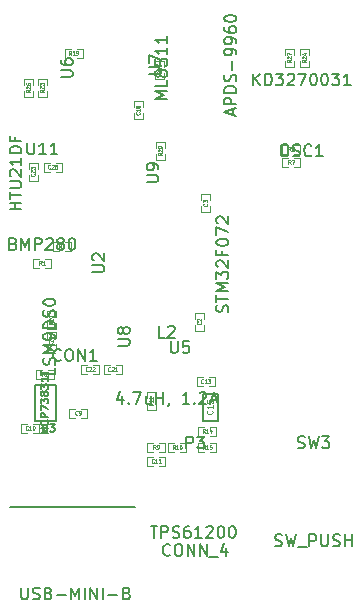
<source format=gto>
G04 (created by PCBNEW (22-Jun-2014 BZR 4027)-stable) date Tue 07 Jul 2015 09:18:42 PM CDT*
%MOIN*%
G04 Gerber Fmt 3.4, Leading zero omitted, Abs format*
%FSLAX34Y34*%
G01*
G70*
G90*
G04 APERTURE LIST*
%ADD10C,0.00590551*%
%ADD11C,0.0028*%
%ADD12C,0.005*%
%ADD13C,0.0045*%
G04 APERTURE END LIST*
G54D10*
G54D11*
X10450Y-19300D02*
X10650Y-19300D01*
X10650Y-19300D02*
X10650Y-19000D01*
X10650Y-19000D02*
X10450Y-19000D01*
X10250Y-19300D02*
X10050Y-19300D01*
X10050Y-19300D02*
X10050Y-19000D01*
X10050Y-19000D02*
X10250Y-19000D01*
X10450Y-19750D02*
X10650Y-19750D01*
X10650Y-19750D02*
X10650Y-19450D01*
X10650Y-19450D02*
X10450Y-19450D01*
X10250Y-19750D02*
X10050Y-19750D01*
X10050Y-19750D02*
X10050Y-19450D01*
X10050Y-19450D02*
X10250Y-19450D01*
X10350Y-17500D02*
X10350Y-17300D01*
X10350Y-17300D02*
X10050Y-17300D01*
X10050Y-17300D02*
X10050Y-17500D01*
X10350Y-17700D02*
X10350Y-17900D01*
X10350Y-17900D02*
X10050Y-17900D01*
X10050Y-17900D02*
X10050Y-17700D01*
X10950Y-19000D02*
X10750Y-19000D01*
X10750Y-19000D02*
X10750Y-19300D01*
X10750Y-19300D02*
X10950Y-19300D01*
X11150Y-19000D02*
X11350Y-19000D01*
X11350Y-19000D02*
X11350Y-19300D01*
X11350Y-19300D02*
X11150Y-19300D01*
X6750Y-16850D02*
X6950Y-16850D01*
X6950Y-16850D02*
X6950Y-16550D01*
X6950Y-16550D02*
X6750Y-16550D01*
X6550Y-16850D02*
X6350Y-16850D01*
X6350Y-16850D02*
X6350Y-16550D01*
X6350Y-16550D02*
X6550Y-16550D01*
X7650Y-17850D02*
X7450Y-17850D01*
X7450Y-17850D02*
X7450Y-18150D01*
X7450Y-18150D02*
X7650Y-18150D01*
X7850Y-17850D02*
X8050Y-17850D01*
X8050Y-17850D02*
X8050Y-18150D01*
X8050Y-18150D02*
X7850Y-18150D01*
X6250Y-18650D02*
X6450Y-18650D01*
X6450Y-18650D02*
X6450Y-18350D01*
X6450Y-18350D02*
X6250Y-18350D01*
X6050Y-18650D02*
X5850Y-18650D01*
X5850Y-18650D02*
X5850Y-18350D01*
X5850Y-18350D02*
X6050Y-18350D01*
X14950Y-9350D02*
X15150Y-9350D01*
X15150Y-9350D02*
X15150Y-9050D01*
X15150Y-9050D02*
X14950Y-9050D01*
X14750Y-9350D02*
X14550Y-9350D01*
X14550Y-9350D02*
X14550Y-9050D01*
X14550Y-9050D02*
X14750Y-9050D01*
X14950Y-9800D02*
X15150Y-9800D01*
X15150Y-9800D02*
X15150Y-9500D01*
X15150Y-9500D02*
X14950Y-9500D01*
X14750Y-9800D02*
X14550Y-9800D01*
X14550Y-9800D02*
X14550Y-9500D01*
X14550Y-9500D02*
X14750Y-9500D01*
X11900Y-16800D02*
X11700Y-16800D01*
X11700Y-16800D02*
X11700Y-17100D01*
X11700Y-17100D02*
X11900Y-17100D01*
X12100Y-16800D02*
X12300Y-16800D01*
X12300Y-16800D02*
X12300Y-17100D01*
X12300Y-17100D02*
X12100Y-17100D01*
X7000Y-15500D02*
X7000Y-15300D01*
X7000Y-15300D02*
X6700Y-15300D01*
X6700Y-15300D02*
X6700Y-15500D01*
X7000Y-15700D02*
X7000Y-15900D01*
X7000Y-15900D02*
X6700Y-15900D01*
X6700Y-15900D02*
X6700Y-15700D01*
X10300Y-6650D02*
X10300Y-6850D01*
X10300Y-6850D02*
X10600Y-6850D01*
X10600Y-6850D02*
X10600Y-6650D01*
X10300Y-6450D02*
X10300Y-6250D01*
X10300Y-6250D02*
X10600Y-6250D01*
X10600Y-6250D02*
X10600Y-6450D01*
X8800Y-16400D02*
X8600Y-16400D01*
X8600Y-16400D02*
X8600Y-16700D01*
X8600Y-16700D02*
X8800Y-16700D01*
X9000Y-16400D02*
X9200Y-16400D01*
X9200Y-16400D02*
X9200Y-16700D01*
X9200Y-16700D02*
X9000Y-16700D01*
X8250Y-16700D02*
X8450Y-16700D01*
X8450Y-16700D02*
X8450Y-16400D01*
X8450Y-16400D02*
X8250Y-16400D01*
X8050Y-16700D02*
X7850Y-16700D01*
X7850Y-16700D02*
X7850Y-16400D01*
X7850Y-16400D02*
X8050Y-16400D01*
X9900Y-7800D02*
X9900Y-7600D01*
X9900Y-7600D02*
X9600Y-7600D01*
X9600Y-7600D02*
X9600Y-7800D01*
X9900Y-8000D02*
X9900Y-8200D01*
X9900Y-8200D02*
X9600Y-8200D01*
X9600Y-8200D02*
X9600Y-8000D01*
X11950Y-19000D02*
X11750Y-19000D01*
X11750Y-19000D02*
X11750Y-19300D01*
X11750Y-19300D02*
X11950Y-19300D01*
X12150Y-19000D02*
X12350Y-19000D01*
X12350Y-19000D02*
X12350Y-19300D01*
X12350Y-19300D02*
X12150Y-19300D01*
X11850Y-11100D02*
X11850Y-11300D01*
X11850Y-11300D02*
X12150Y-11300D01*
X12150Y-11300D02*
X12150Y-11100D01*
X11850Y-10900D02*
X11850Y-10700D01*
X11850Y-10700D02*
X12150Y-10700D01*
X12150Y-10700D02*
X12150Y-10900D01*
X6100Y-10050D02*
X6100Y-10250D01*
X6100Y-10250D02*
X6400Y-10250D01*
X6400Y-10250D02*
X6400Y-10050D01*
X6100Y-9850D02*
X6100Y-9650D01*
X6100Y-9650D02*
X6400Y-9650D01*
X6400Y-9650D02*
X6400Y-9850D01*
X12150Y-18750D02*
X12350Y-18750D01*
X12350Y-18750D02*
X12350Y-18450D01*
X12350Y-18450D02*
X12150Y-18450D01*
X11950Y-18750D02*
X11750Y-18750D01*
X11750Y-18750D02*
X11750Y-18450D01*
X11750Y-18450D02*
X11950Y-18450D01*
X11950Y-14850D02*
X11950Y-14650D01*
X11950Y-14650D02*
X11650Y-14650D01*
X11650Y-14650D02*
X11650Y-14850D01*
X11950Y-15050D02*
X11950Y-15250D01*
X11950Y-15250D02*
X11650Y-15250D01*
X11650Y-15250D02*
X11650Y-15050D01*
G54D12*
X7000Y-18250D02*
X6300Y-18250D01*
X6300Y-18250D02*
X6300Y-17050D01*
X6300Y-17050D02*
X7000Y-17050D01*
X7000Y-17050D02*
X7000Y-18250D01*
G54D11*
X6450Y-12850D02*
X6250Y-12850D01*
X6250Y-12850D02*
X6250Y-13150D01*
X6250Y-13150D02*
X6450Y-13150D01*
X6650Y-12850D02*
X6850Y-12850D01*
X6850Y-12850D02*
X6850Y-13150D01*
X6850Y-13150D02*
X6650Y-13150D01*
X7100Y-12300D02*
X6900Y-12300D01*
X6900Y-12300D02*
X6900Y-12600D01*
X6900Y-12600D02*
X7100Y-12600D01*
X7300Y-12300D02*
X7500Y-12300D01*
X7500Y-12300D02*
X7500Y-12600D01*
X7500Y-12600D02*
X7300Y-12600D01*
X7500Y-5850D02*
X7300Y-5850D01*
X7300Y-5850D02*
X7300Y-6150D01*
X7300Y-6150D02*
X7500Y-6150D01*
X7700Y-5850D02*
X7900Y-5850D01*
X7900Y-5850D02*
X7900Y-6150D01*
X7900Y-6150D02*
X7700Y-6150D01*
X6250Y-7050D02*
X6250Y-6850D01*
X6250Y-6850D02*
X5950Y-6850D01*
X5950Y-6850D02*
X5950Y-7050D01*
X6250Y-7250D02*
X6250Y-7450D01*
X6250Y-7450D02*
X5950Y-7450D01*
X5950Y-7450D02*
X5950Y-7250D01*
X6400Y-7250D02*
X6400Y-7450D01*
X6400Y-7450D02*
X6700Y-7450D01*
X6700Y-7450D02*
X6700Y-7250D01*
X6400Y-7050D02*
X6400Y-6850D01*
X6400Y-6850D02*
X6700Y-6850D01*
X6700Y-6850D02*
X6700Y-7050D01*
X7000Y-14800D02*
X7000Y-14600D01*
X7000Y-14600D02*
X6700Y-14600D01*
X6700Y-14600D02*
X6700Y-14800D01*
X7000Y-15000D02*
X7000Y-15200D01*
X7000Y-15200D02*
X6700Y-15200D01*
X6700Y-15200D02*
X6700Y-15000D01*
X7000Y-9950D02*
X7200Y-9950D01*
X7200Y-9950D02*
X7200Y-9650D01*
X7200Y-9650D02*
X7000Y-9650D01*
X6800Y-9950D02*
X6600Y-9950D01*
X6600Y-9950D02*
X6600Y-9650D01*
X6600Y-9650D02*
X6800Y-9650D01*
X15450Y-6050D02*
X15450Y-5850D01*
X15450Y-5850D02*
X15150Y-5850D01*
X15150Y-5850D02*
X15150Y-6050D01*
X15450Y-6250D02*
X15450Y-6450D01*
X15450Y-6450D02*
X15150Y-6450D01*
X15150Y-6450D02*
X15150Y-6250D01*
X14950Y-6050D02*
X14950Y-5850D01*
X14950Y-5850D02*
X14650Y-5850D01*
X14650Y-5850D02*
X14650Y-6050D01*
X14950Y-6250D02*
X14950Y-6450D01*
X14950Y-6450D02*
X14650Y-6450D01*
X14650Y-6450D02*
X14650Y-6250D01*
G54D10*
X5484Y-21120D02*
X9657Y-21120D01*
G54D12*
X11900Y-18250D02*
X11900Y-17350D01*
X11900Y-17350D02*
X12400Y-17350D01*
X12400Y-17350D02*
X12400Y-18250D01*
X12400Y-18250D02*
X11900Y-18250D01*
G54D11*
X10650Y-9150D02*
X10650Y-8950D01*
X10650Y-8950D02*
X10350Y-8950D01*
X10350Y-8950D02*
X10350Y-9150D01*
X10650Y-9350D02*
X10650Y-9550D01*
X10650Y-9550D02*
X10350Y-9550D01*
X10350Y-9550D02*
X10350Y-9350D01*
G54D10*
X10105Y-6699D02*
X10424Y-6699D01*
X10462Y-6681D01*
X10480Y-6662D01*
X10499Y-6624D01*
X10499Y-6549D01*
X10480Y-6512D01*
X10462Y-6493D01*
X10424Y-6474D01*
X10105Y-6474D01*
X10105Y-6325D02*
X10105Y-6062D01*
X10499Y-6231D01*
X12906Y-8068D02*
X12906Y-7881D01*
X13019Y-8106D02*
X12625Y-7974D01*
X13019Y-7843D01*
X13019Y-7712D02*
X12625Y-7712D01*
X12625Y-7562D01*
X12644Y-7524D01*
X12662Y-7506D01*
X12700Y-7487D01*
X12756Y-7487D01*
X12794Y-7506D01*
X12812Y-7524D01*
X12831Y-7562D01*
X12831Y-7712D01*
X13019Y-7318D02*
X12625Y-7318D01*
X12625Y-7224D01*
X12644Y-7168D01*
X12681Y-7131D01*
X12719Y-7112D01*
X12794Y-7093D01*
X12850Y-7093D01*
X12925Y-7112D01*
X12962Y-7131D01*
X13000Y-7168D01*
X13019Y-7224D01*
X13019Y-7318D01*
X13000Y-6943D02*
X13019Y-6887D01*
X13019Y-6793D01*
X13000Y-6756D01*
X12981Y-6737D01*
X12944Y-6718D01*
X12906Y-6718D01*
X12869Y-6737D01*
X12850Y-6756D01*
X12831Y-6793D01*
X12812Y-6868D01*
X12794Y-6906D01*
X12775Y-6924D01*
X12737Y-6943D01*
X12700Y-6943D01*
X12662Y-6924D01*
X12644Y-6906D01*
X12625Y-6868D01*
X12625Y-6774D01*
X12644Y-6718D01*
X12869Y-6549D02*
X12869Y-6250D01*
X13019Y-6043D02*
X13019Y-5968D01*
X13000Y-5931D01*
X12981Y-5912D01*
X12925Y-5875D01*
X12850Y-5856D01*
X12700Y-5856D01*
X12662Y-5875D01*
X12644Y-5893D01*
X12625Y-5931D01*
X12625Y-6006D01*
X12644Y-6043D01*
X12662Y-6062D01*
X12700Y-6081D01*
X12794Y-6081D01*
X12831Y-6062D01*
X12850Y-6043D01*
X12869Y-6006D01*
X12869Y-5931D01*
X12850Y-5893D01*
X12831Y-5875D01*
X12794Y-5856D01*
X13019Y-5668D02*
X13019Y-5593D01*
X13000Y-5556D01*
X12981Y-5537D01*
X12925Y-5500D01*
X12850Y-5481D01*
X12700Y-5481D01*
X12662Y-5500D01*
X12644Y-5518D01*
X12625Y-5556D01*
X12625Y-5631D01*
X12644Y-5668D01*
X12662Y-5687D01*
X12700Y-5706D01*
X12794Y-5706D01*
X12831Y-5687D01*
X12850Y-5668D01*
X12869Y-5631D01*
X12869Y-5556D01*
X12850Y-5518D01*
X12831Y-5500D01*
X12794Y-5481D01*
X12625Y-5143D02*
X12625Y-5218D01*
X12644Y-5256D01*
X12662Y-5275D01*
X12719Y-5312D01*
X12794Y-5331D01*
X12944Y-5331D01*
X12981Y-5312D01*
X13000Y-5293D01*
X13019Y-5256D01*
X13019Y-5181D01*
X13000Y-5143D01*
X12981Y-5125D01*
X12944Y-5106D01*
X12850Y-5106D01*
X12812Y-5125D01*
X12794Y-5143D01*
X12775Y-5181D01*
X12775Y-5256D01*
X12794Y-5293D01*
X12812Y-5312D01*
X12850Y-5331D01*
X12625Y-4862D02*
X12625Y-4825D01*
X12644Y-4787D01*
X12662Y-4768D01*
X12700Y-4750D01*
X12775Y-4731D01*
X12869Y-4731D01*
X12944Y-4750D01*
X12981Y-4768D01*
X13000Y-4787D01*
X13019Y-4825D01*
X13019Y-4862D01*
X13000Y-4900D01*
X12981Y-4918D01*
X12944Y-4937D01*
X12869Y-4956D01*
X12775Y-4956D01*
X12700Y-4937D01*
X12662Y-4918D01*
X12644Y-4900D01*
X12625Y-4862D01*
G54D11*
X10330Y-19205D02*
X10290Y-19140D01*
X10261Y-19205D02*
X10261Y-19067D01*
X10307Y-19067D01*
X10318Y-19074D01*
X10324Y-19081D01*
X10330Y-19094D01*
X10330Y-19113D01*
X10324Y-19127D01*
X10318Y-19133D01*
X10307Y-19140D01*
X10261Y-19140D01*
X10387Y-19205D02*
X10410Y-19205D01*
X10421Y-19199D01*
X10427Y-19192D01*
X10438Y-19173D01*
X10444Y-19146D01*
X10444Y-19094D01*
X10438Y-19081D01*
X10432Y-19074D01*
X10421Y-19067D01*
X10398Y-19067D01*
X10387Y-19074D01*
X10381Y-19081D01*
X10375Y-19094D01*
X10375Y-19127D01*
X10381Y-19140D01*
X10387Y-19146D01*
X10398Y-19153D01*
X10421Y-19153D01*
X10432Y-19146D01*
X10438Y-19140D01*
X10444Y-19127D01*
X10272Y-19642D02*
X10267Y-19649D01*
X10250Y-19655D01*
X10238Y-19655D01*
X10221Y-19649D01*
X10210Y-19636D01*
X10204Y-19623D01*
X10198Y-19596D01*
X10198Y-19577D01*
X10204Y-19550D01*
X10210Y-19537D01*
X10221Y-19524D01*
X10238Y-19517D01*
X10250Y-19517D01*
X10267Y-19524D01*
X10272Y-19531D01*
X10387Y-19655D02*
X10318Y-19655D01*
X10352Y-19655D02*
X10352Y-19517D01*
X10341Y-19537D01*
X10330Y-19550D01*
X10318Y-19557D01*
X10501Y-19655D02*
X10432Y-19655D01*
X10467Y-19655D02*
X10467Y-19517D01*
X10455Y-19537D01*
X10444Y-19550D01*
X10432Y-19557D01*
X10255Y-17677D02*
X10190Y-17717D01*
X10255Y-17745D02*
X10117Y-17745D01*
X10117Y-17700D01*
X10124Y-17688D01*
X10131Y-17682D01*
X10144Y-17677D01*
X10163Y-17677D01*
X10177Y-17682D01*
X10183Y-17688D01*
X10190Y-17700D01*
X10190Y-17745D01*
X10255Y-17562D02*
X10255Y-17631D01*
X10255Y-17597D02*
X10117Y-17597D01*
X10137Y-17608D01*
X10150Y-17620D01*
X10157Y-17631D01*
X10255Y-17448D02*
X10255Y-17517D01*
X10255Y-17482D02*
X10117Y-17482D01*
X10137Y-17494D01*
X10150Y-17505D01*
X10157Y-17517D01*
X10972Y-19205D02*
X10932Y-19140D01*
X10904Y-19205D02*
X10904Y-19067D01*
X10950Y-19067D01*
X10961Y-19074D01*
X10967Y-19081D01*
X10972Y-19094D01*
X10972Y-19113D01*
X10967Y-19127D01*
X10961Y-19133D01*
X10950Y-19140D01*
X10904Y-19140D01*
X11087Y-19205D02*
X11018Y-19205D01*
X11052Y-19205D02*
X11052Y-19067D01*
X11041Y-19087D01*
X11030Y-19100D01*
X11018Y-19107D01*
X11161Y-19067D02*
X11172Y-19067D01*
X11184Y-19074D01*
X11190Y-19081D01*
X11195Y-19094D01*
X11201Y-19120D01*
X11201Y-19153D01*
X11195Y-19179D01*
X11190Y-19192D01*
X11184Y-19199D01*
X11172Y-19205D01*
X11161Y-19205D01*
X11150Y-19199D01*
X11144Y-19192D01*
X11138Y-19179D01*
X11132Y-19153D01*
X11132Y-19120D01*
X11138Y-19094D01*
X11144Y-19081D01*
X11150Y-19074D01*
X11161Y-19067D01*
X6630Y-16755D02*
X6590Y-16690D01*
X6561Y-16755D02*
X6561Y-16617D01*
X6607Y-16617D01*
X6618Y-16624D01*
X6624Y-16631D01*
X6630Y-16644D01*
X6630Y-16663D01*
X6624Y-16677D01*
X6618Y-16683D01*
X6607Y-16690D01*
X6561Y-16690D01*
X6698Y-16677D02*
X6687Y-16670D01*
X6681Y-16663D01*
X6675Y-16650D01*
X6675Y-16644D01*
X6681Y-16631D01*
X6687Y-16624D01*
X6698Y-16617D01*
X6721Y-16617D01*
X6732Y-16624D01*
X6738Y-16631D01*
X6744Y-16644D01*
X6744Y-16650D01*
X6738Y-16663D01*
X6732Y-16670D01*
X6721Y-16677D01*
X6698Y-16677D01*
X6687Y-16683D01*
X6681Y-16690D01*
X6675Y-16703D01*
X6675Y-16729D01*
X6681Y-16742D01*
X6687Y-16749D01*
X6698Y-16755D01*
X6721Y-16755D01*
X6732Y-16749D01*
X6738Y-16742D01*
X6744Y-16729D01*
X6744Y-16703D01*
X6738Y-16690D01*
X6732Y-16683D01*
X6721Y-16677D01*
X7730Y-18042D02*
X7724Y-18049D01*
X7707Y-18055D01*
X7695Y-18055D01*
X7678Y-18049D01*
X7667Y-18036D01*
X7661Y-18023D01*
X7655Y-17996D01*
X7655Y-17977D01*
X7661Y-17950D01*
X7667Y-17937D01*
X7678Y-17924D01*
X7695Y-17917D01*
X7707Y-17917D01*
X7724Y-17924D01*
X7730Y-17931D01*
X7787Y-18055D02*
X7810Y-18055D01*
X7821Y-18049D01*
X7827Y-18042D01*
X7838Y-18023D01*
X7844Y-17996D01*
X7844Y-17944D01*
X7838Y-17931D01*
X7832Y-17924D01*
X7821Y-17917D01*
X7798Y-17917D01*
X7787Y-17924D01*
X7781Y-17931D01*
X7775Y-17944D01*
X7775Y-17977D01*
X7781Y-17990D01*
X7787Y-17996D01*
X7798Y-18003D01*
X7821Y-18003D01*
X7832Y-17996D01*
X7838Y-17990D01*
X7844Y-17977D01*
X6072Y-18542D02*
X6067Y-18549D01*
X6050Y-18555D01*
X6038Y-18555D01*
X6021Y-18549D01*
X6010Y-18536D01*
X6004Y-18523D01*
X5998Y-18496D01*
X5998Y-18477D01*
X6004Y-18450D01*
X6010Y-18437D01*
X6021Y-18424D01*
X6038Y-18417D01*
X6050Y-18417D01*
X6067Y-18424D01*
X6072Y-18431D01*
X6187Y-18555D02*
X6118Y-18555D01*
X6152Y-18555D02*
X6152Y-18417D01*
X6141Y-18437D01*
X6130Y-18450D01*
X6118Y-18457D01*
X6261Y-18417D02*
X6272Y-18417D01*
X6284Y-18424D01*
X6290Y-18431D01*
X6295Y-18444D01*
X6301Y-18470D01*
X6301Y-18503D01*
X6295Y-18529D01*
X6290Y-18542D01*
X6284Y-18549D01*
X6272Y-18555D01*
X6261Y-18555D01*
X6250Y-18549D01*
X6244Y-18542D01*
X6238Y-18529D01*
X6232Y-18503D01*
X6232Y-18470D01*
X6238Y-18444D01*
X6244Y-18431D01*
X6250Y-18424D01*
X6261Y-18417D01*
X14830Y-9255D02*
X14790Y-9190D01*
X14761Y-9255D02*
X14761Y-9117D01*
X14807Y-9117D01*
X14818Y-9124D01*
X14824Y-9131D01*
X14830Y-9144D01*
X14830Y-9163D01*
X14824Y-9177D01*
X14818Y-9183D01*
X14807Y-9190D01*
X14761Y-9190D01*
X14932Y-9117D02*
X14910Y-9117D01*
X14898Y-9124D01*
X14892Y-9131D01*
X14881Y-9150D01*
X14875Y-9177D01*
X14875Y-9229D01*
X14881Y-9242D01*
X14887Y-9249D01*
X14898Y-9255D01*
X14921Y-9255D01*
X14932Y-9249D01*
X14938Y-9242D01*
X14944Y-9229D01*
X14944Y-9196D01*
X14938Y-9183D01*
X14932Y-9177D01*
X14921Y-9170D01*
X14898Y-9170D01*
X14887Y-9177D01*
X14881Y-9183D01*
X14875Y-9196D01*
X14830Y-9705D02*
X14790Y-9640D01*
X14761Y-9705D02*
X14761Y-9567D01*
X14807Y-9567D01*
X14818Y-9574D01*
X14824Y-9581D01*
X14830Y-9594D01*
X14830Y-9613D01*
X14824Y-9627D01*
X14818Y-9633D01*
X14807Y-9640D01*
X14761Y-9640D01*
X14870Y-9567D02*
X14950Y-9567D01*
X14898Y-9705D01*
X11922Y-16992D02*
X11917Y-16999D01*
X11900Y-17005D01*
X11888Y-17005D01*
X11871Y-16999D01*
X11860Y-16986D01*
X11854Y-16973D01*
X11848Y-16946D01*
X11848Y-16927D01*
X11854Y-16900D01*
X11860Y-16887D01*
X11871Y-16874D01*
X11888Y-16867D01*
X11900Y-16867D01*
X11917Y-16874D01*
X11922Y-16881D01*
X12037Y-17005D02*
X11968Y-17005D01*
X12002Y-17005D02*
X12002Y-16867D01*
X11991Y-16887D01*
X11980Y-16900D01*
X11968Y-16907D01*
X12077Y-16867D02*
X12151Y-16867D01*
X12111Y-16920D01*
X12128Y-16920D01*
X12140Y-16927D01*
X12145Y-16933D01*
X12151Y-16946D01*
X12151Y-16979D01*
X12145Y-16992D01*
X12140Y-16999D01*
X12128Y-17005D01*
X12094Y-17005D01*
X12082Y-16999D01*
X12077Y-16992D01*
X6892Y-15677D02*
X6899Y-15682D01*
X6905Y-15700D01*
X6905Y-15711D01*
X6899Y-15728D01*
X6886Y-15740D01*
X6873Y-15745D01*
X6846Y-15751D01*
X6827Y-15751D01*
X6800Y-15745D01*
X6787Y-15740D01*
X6774Y-15728D01*
X6767Y-15711D01*
X6767Y-15700D01*
X6774Y-15682D01*
X6781Y-15677D01*
X6781Y-15631D02*
X6774Y-15625D01*
X6767Y-15614D01*
X6767Y-15585D01*
X6774Y-15574D01*
X6781Y-15568D01*
X6794Y-15562D01*
X6807Y-15562D01*
X6827Y-15568D01*
X6905Y-15637D01*
X6905Y-15562D01*
X6767Y-15488D02*
X6767Y-15477D01*
X6774Y-15465D01*
X6781Y-15460D01*
X6794Y-15454D01*
X6820Y-15448D01*
X6853Y-15448D01*
X6879Y-15454D01*
X6892Y-15460D01*
X6899Y-15465D01*
X6905Y-15477D01*
X6905Y-15488D01*
X6899Y-15500D01*
X6892Y-15505D01*
X6879Y-15511D01*
X6853Y-15517D01*
X6820Y-15517D01*
X6794Y-15511D01*
X6781Y-15505D01*
X6774Y-15500D01*
X6767Y-15488D01*
X10492Y-6627D02*
X10499Y-6632D01*
X10505Y-6650D01*
X10505Y-6661D01*
X10499Y-6678D01*
X10486Y-6690D01*
X10473Y-6695D01*
X10446Y-6701D01*
X10427Y-6701D01*
X10400Y-6695D01*
X10387Y-6690D01*
X10374Y-6678D01*
X10367Y-6661D01*
X10367Y-6650D01*
X10374Y-6632D01*
X10381Y-6627D01*
X10505Y-6512D02*
X10505Y-6581D01*
X10505Y-6547D02*
X10367Y-6547D01*
X10387Y-6558D01*
X10400Y-6570D01*
X10407Y-6581D01*
X10367Y-6472D02*
X10367Y-6392D01*
X10505Y-6444D01*
X8822Y-16592D02*
X8817Y-16599D01*
X8800Y-16605D01*
X8788Y-16605D01*
X8771Y-16599D01*
X8760Y-16586D01*
X8754Y-16573D01*
X8748Y-16546D01*
X8748Y-16527D01*
X8754Y-16500D01*
X8760Y-16487D01*
X8771Y-16474D01*
X8788Y-16467D01*
X8800Y-16467D01*
X8817Y-16474D01*
X8822Y-16481D01*
X8868Y-16481D02*
X8874Y-16474D01*
X8885Y-16467D01*
X8914Y-16467D01*
X8925Y-16474D01*
X8931Y-16481D01*
X8937Y-16494D01*
X8937Y-16507D01*
X8931Y-16527D01*
X8862Y-16605D01*
X8937Y-16605D01*
X9051Y-16605D02*
X8982Y-16605D01*
X9017Y-16605D02*
X9017Y-16467D01*
X9005Y-16487D01*
X8994Y-16500D01*
X8982Y-16507D01*
X8072Y-16592D02*
X8067Y-16599D01*
X8050Y-16605D01*
X8038Y-16605D01*
X8021Y-16599D01*
X8010Y-16586D01*
X8004Y-16573D01*
X7998Y-16546D01*
X7998Y-16527D01*
X8004Y-16500D01*
X8010Y-16487D01*
X8021Y-16474D01*
X8038Y-16467D01*
X8050Y-16467D01*
X8067Y-16474D01*
X8072Y-16481D01*
X8118Y-16481D02*
X8124Y-16474D01*
X8135Y-16467D01*
X8164Y-16467D01*
X8175Y-16474D01*
X8181Y-16481D01*
X8187Y-16494D01*
X8187Y-16507D01*
X8181Y-16527D01*
X8112Y-16605D01*
X8187Y-16605D01*
X8232Y-16481D02*
X8238Y-16474D01*
X8250Y-16467D01*
X8278Y-16467D01*
X8290Y-16474D01*
X8295Y-16481D01*
X8301Y-16494D01*
X8301Y-16507D01*
X8295Y-16527D01*
X8227Y-16605D01*
X8301Y-16605D01*
X9792Y-7977D02*
X9799Y-7982D01*
X9805Y-8000D01*
X9805Y-8011D01*
X9799Y-8028D01*
X9786Y-8040D01*
X9773Y-8045D01*
X9746Y-8051D01*
X9727Y-8051D01*
X9700Y-8045D01*
X9687Y-8040D01*
X9674Y-8028D01*
X9667Y-8011D01*
X9667Y-8000D01*
X9674Y-7982D01*
X9681Y-7977D01*
X9805Y-7862D02*
X9805Y-7931D01*
X9805Y-7897D02*
X9667Y-7897D01*
X9687Y-7908D01*
X9700Y-7920D01*
X9707Y-7931D01*
X9727Y-7794D02*
X9720Y-7805D01*
X9713Y-7811D01*
X9700Y-7817D01*
X9694Y-7817D01*
X9681Y-7811D01*
X9674Y-7805D01*
X9667Y-7794D01*
X9667Y-7771D01*
X9674Y-7760D01*
X9681Y-7754D01*
X9694Y-7748D01*
X9700Y-7748D01*
X9713Y-7754D01*
X9720Y-7760D01*
X9727Y-7771D01*
X9727Y-7794D01*
X9733Y-7805D01*
X9740Y-7811D01*
X9753Y-7817D01*
X9779Y-7817D01*
X9792Y-7811D01*
X9799Y-7805D01*
X9805Y-7794D01*
X9805Y-7771D01*
X9799Y-7760D01*
X9792Y-7754D01*
X9779Y-7748D01*
X9753Y-7748D01*
X9740Y-7754D01*
X9733Y-7760D01*
X9727Y-7771D01*
X11972Y-19205D02*
X11932Y-19140D01*
X11904Y-19205D02*
X11904Y-19067D01*
X11950Y-19067D01*
X11961Y-19074D01*
X11967Y-19081D01*
X11972Y-19094D01*
X11972Y-19113D01*
X11967Y-19127D01*
X11961Y-19133D01*
X11950Y-19140D01*
X11904Y-19140D01*
X12087Y-19205D02*
X12018Y-19205D01*
X12052Y-19205D02*
X12052Y-19067D01*
X12041Y-19087D01*
X12030Y-19100D01*
X12018Y-19107D01*
X12195Y-19067D02*
X12138Y-19067D01*
X12132Y-19133D01*
X12138Y-19127D01*
X12150Y-19120D01*
X12178Y-19120D01*
X12190Y-19127D01*
X12195Y-19133D01*
X12201Y-19146D01*
X12201Y-19179D01*
X12195Y-19192D01*
X12190Y-19199D01*
X12178Y-19205D01*
X12150Y-19205D01*
X12138Y-19199D01*
X12132Y-19192D01*
X12042Y-11020D02*
X12049Y-11025D01*
X12055Y-11042D01*
X12055Y-11054D01*
X12049Y-11071D01*
X12036Y-11082D01*
X12023Y-11088D01*
X11996Y-11094D01*
X11977Y-11094D01*
X11950Y-11088D01*
X11937Y-11082D01*
X11924Y-11071D01*
X11917Y-11054D01*
X11917Y-11042D01*
X11924Y-11025D01*
X11931Y-11020D01*
X11917Y-10980D02*
X11917Y-10905D01*
X11970Y-10945D01*
X11970Y-10928D01*
X11977Y-10917D01*
X11983Y-10911D01*
X11996Y-10905D01*
X12029Y-10905D01*
X12042Y-10911D01*
X12049Y-10917D01*
X12055Y-10928D01*
X12055Y-10962D01*
X12049Y-10974D01*
X12042Y-10980D01*
X6292Y-10027D02*
X6299Y-10032D01*
X6305Y-10050D01*
X6305Y-10061D01*
X6299Y-10078D01*
X6286Y-10090D01*
X6273Y-10095D01*
X6246Y-10101D01*
X6227Y-10101D01*
X6200Y-10095D01*
X6187Y-10090D01*
X6174Y-10078D01*
X6167Y-10061D01*
X6167Y-10050D01*
X6174Y-10032D01*
X6181Y-10027D01*
X6181Y-9981D02*
X6174Y-9975D01*
X6167Y-9964D01*
X6167Y-9935D01*
X6174Y-9924D01*
X6181Y-9918D01*
X6194Y-9912D01*
X6207Y-9912D01*
X6227Y-9918D01*
X6305Y-9987D01*
X6305Y-9912D01*
X6167Y-9872D02*
X6167Y-9798D01*
X6220Y-9838D01*
X6220Y-9821D01*
X6227Y-9810D01*
X6233Y-9804D01*
X6246Y-9798D01*
X6279Y-9798D01*
X6292Y-9804D01*
X6299Y-9810D01*
X6305Y-9821D01*
X6305Y-9855D01*
X6299Y-9867D01*
X6292Y-9872D01*
X11972Y-18655D02*
X11932Y-18590D01*
X11904Y-18655D02*
X11904Y-18517D01*
X11950Y-18517D01*
X11961Y-18524D01*
X11967Y-18531D01*
X11972Y-18544D01*
X11972Y-18563D01*
X11967Y-18577D01*
X11961Y-18583D01*
X11950Y-18590D01*
X11904Y-18590D01*
X12087Y-18655D02*
X12018Y-18655D01*
X12052Y-18655D02*
X12052Y-18517D01*
X12041Y-18537D01*
X12030Y-18550D01*
X12018Y-18557D01*
X12190Y-18563D02*
X12190Y-18655D01*
X12161Y-18511D02*
X12132Y-18609D01*
X12207Y-18609D01*
X11842Y-14970D02*
X11849Y-14975D01*
X11855Y-14992D01*
X11855Y-15004D01*
X11849Y-15021D01*
X11836Y-15032D01*
X11823Y-15038D01*
X11796Y-15044D01*
X11777Y-15044D01*
X11750Y-15038D01*
X11737Y-15032D01*
X11724Y-15021D01*
X11717Y-15004D01*
X11717Y-14992D01*
X11724Y-14975D01*
X11731Y-14970D01*
X11731Y-14924D02*
X11724Y-14918D01*
X11717Y-14907D01*
X11717Y-14878D01*
X11724Y-14867D01*
X11731Y-14861D01*
X11744Y-14855D01*
X11757Y-14855D01*
X11777Y-14861D01*
X11855Y-14930D01*
X11855Y-14855D01*
G54D12*
X6577Y-18367D02*
X6577Y-18569D01*
X6589Y-18593D01*
X6601Y-18605D01*
X6625Y-18617D01*
X6672Y-18617D01*
X6696Y-18605D01*
X6708Y-18593D01*
X6720Y-18569D01*
X6720Y-18367D01*
X6815Y-18367D02*
X6970Y-18367D01*
X6887Y-18462D01*
X6922Y-18462D01*
X6946Y-18474D01*
X6958Y-18486D01*
X6970Y-18510D01*
X6970Y-18569D01*
X6958Y-18593D01*
X6946Y-18605D01*
X6922Y-18617D01*
X6851Y-18617D01*
X6827Y-18605D01*
X6815Y-18593D01*
X6751Y-18673D02*
X6501Y-18673D01*
X6679Y-18590D01*
X6501Y-18507D01*
X6751Y-18507D01*
X6727Y-18245D02*
X6739Y-18257D01*
X6751Y-18292D01*
X6751Y-18316D01*
X6739Y-18352D01*
X6715Y-18376D01*
X6691Y-18388D01*
X6644Y-18400D01*
X6608Y-18400D01*
X6560Y-18388D01*
X6536Y-18376D01*
X6513Y-18352D01*
X6501Y-18316D01*
X6501Y-18292D01*
X6513Y-18257D01*
X6525Y-18245D01*
X6751Y-18138D02*
X6501Y-18138D01*
X6501Y-18042D01*
X6513Y-18019D01*
X6525Y-18007D01*
X6548Y-17995D01*
X6584Y-17995D01*
X6608Y-18007D01*
X6620Y-18019D01*
X6632Y-18042D01*
X6632Y-18138D01*
X6501Y-17911D02*
X6501Y-17745D01*
X6751Y-17852D01*
X6501Y-17673D02*
X6501Y-17519D01*
X6596Y-17602D01*
X6596Y-17566D01*
X6608Y-17542D01*
X6620Y-17530D01*
X6644Y-17519D01*
X6703Y-17519D01*
X6727Y-17530D01*
X6739Y-17542D01*
X6751Y-17566D01*
X6751Y-17638D01*
X6739Y-17661D01*
X6727Y-17673D01*
X6608Y-17376D02*
X6596Y-17400D01*
X6584Y-17411D01*
X6560Y-17423D01*
X6548Y-17423D01*
X6525Y-17411D01*
X6513Y-17400D01*
X6501Y-17376D01*
X6501Y-17328D01*
X6513Y-17304D01*
X6525Y-17292D01*
X6548Y-17280D01*
X6560Y-17280D01*
X6584Y-17292D01*
X6596Y-17304D01*
X6608Y-17328D01*
X6608Y-17376D01*
X6620Y-17400D01*
X6632Y-17411D01*
X6655Y-17423D01*
X6703Y-17423D01*
X6727Y-17411D01*
X6739Y-17400D01*
X6751Y-17376D01*
X6751Y-17328D01*
X6739Y-17304D01*
X6727Y-17292D01*
X6703Y-17280D01*
X6655Y-17280D01*
X6632Y-17292D01*
X6620Y-17304D01*
X6608Y-17328D01*
X6501Y-17197D02*
X6501Y-17042D01*
X6596Y-17126D01*
X6596Y-17090D01*
X6608Y-17066D01*
X6620Y-17054D01*
X6644Y-17042D01*
X6703Y-17042D01*
X6727Y-17054D01*
X6739Y-17066D01*
X6751Y-17090D01*
X6751Y-17161D01*
X6739Y-17185D01*
X6727Y-17197D01*
X6751Y-16804D02*
X6751Y-16947D01*
X6751Y-16876D02*
X6501Y-16876D01*
X6536Y-16900D01*
X6560Y-16923D01*
X6572Y-16947D01*
X6501Y-16733D02*
X6501Y-16590D01*
X6751Y-16661D02*
X6501Y-16661D01*
G54D11*
X6530Y-13055D02*
X6490Y-12990D01*
X6461Y-13055D02*
X6461Y-12917D01*
X6507Y-12917D01*
X6518Y-12924D01*
X6524Y-12931D01*
X6530Y-12944D01*
X6530Y-12963D01*
X6524Y-12977D01*
X6518Y-12983D01*
X6507Y-12990D01*
X6461Y-12990D01*
X6644Y-13055D02*
X6575Y-13055D01*
X6610Y-13055D02*
X6610Y-12917D01*
X6598Y-12937D01*
X6587Y-12950D01*
X6575Y-12957D01*
X7180Y-12505D02*
X7140Y-12440D01*
X7111Y-12505D02*
X7111Y-12367D01*
X7157Y-12367D01*
X7168Y-12374D01*
X7174Y-12381D01*
X7180Y-12394D01*
X7180Y-12413D01*
X7174Y-12427D01*
X7168Y-12433D01*
X7157Y-12440D01*
X7111Y-12440D01*
X7225Y-12381D02*
X7231Y-12374D01*
X7242Y-12367D01*
X7271Y-12367D01*
X7282Y-12374D01*
X7288Y-12381D01*
X7294Y-12394D01*
X7294Y-12407D01*
X7288Y-12427D01*
X7220Y-12505D01*
X7294Y-12505D01*
G54D10*
X10839Y-15600D02*
X10839Y-15919D01*
X10858Y-15956D01*
X10876Y-15975D01*
X10914Y-15994D01*
X10989Y-15994D01*
X11026Y-15975D01*
X11045Y-15956D01*
X11064Y-15919D01*
X11064Y-15600D01*
X11439Y-15600D02*
X11251Y-15600D01*
X11233Y-15787D01*
X11251Y-15769D01*
X11289Y-15750D01*
X11383Y-15750D01*
X11420Y-15769D01*
X11439Y-15787D01*
X11458Y-15825D01*
X11458Y-15919D01*
X11439Y-15956D01*
X11420Y-15975D01*
X11383Y-15994D01*
X11289Y-15994D01*
X11251Y-15975D01*
X11233Y-15956D01*
X10165Y-21765D02*
X10390Y-21765D01*
X10278Y-22159D02*
X10278Y-21765D01*
X10522Y-22159D02*
X10522Y-21765D01*
X10671Y-21765D01*
X10709Y-21784D01*
X10728Y-21803D01*
X10746Y-21840D01*
X10746Y-21896D01*
X10728Y-21934D01*
X10709Y-21953D01*
X10671Y-21971D01*
X10522Y-21971D01*
X10896Y-22140D02*
X10953Y-22159D01*
X11046Y-22159D01*
X11084Y-22140D01*
X11103Y-22121D01*
X11121Y-22084D01*
X11121Y-22046D01*
X11103Y-22009D01*
X11084Y-21990D01*
X11046Y-21971D01*
X10971Y-21953D01*
X10934Y-21934D01*
X10915Y-21915D01*
X10896Y-21878D01*
X10896Y-21840D01*
X10915Y-21803D01*
X10934Y-21784D01*
X10971Y-21765D01*
X11065Y-21765D01*
X11121Y-21784D01*
X11459Y-21765D02*
X11384Y-21765D01*
X11346Y-21784D01*
X11328Y-21803D01*
X11290Y-21859D01*
X11271Y-21934D01*
X11271Y-22084D01*
X11290Y-22121D01*
X11309Y-22140D01*
X11346Y-22159D01*
X11421Y-22159D01*
X11459Y-22140D01*
X11478Y-22121D01*
X11496Y-22084D01*
X11496Y-21990D01*
X11478Y-21953D01*
X11459Y-21934D01*
X11421Y-21915D01*
X11346Y-21915D01*
X11309Y-21934D01*
X11290Y-21953D01*
X11271Y-21990D01*
X11871Y-22159D02*
X11646Y-22159D01*
X11759Y-22159D02*
X11759Y-21765D01*
X11721Y-21821D01*
X11684Y-21859D01*
X11646Y-21878D01*
X12021Y-21803D02*
X12040Y-21784D01*
X12078Y-21765D01*
X12171Y-21765D01*
X12209Y-21784D01*
X12228Y-21803D01*
X12246Y-21840D01*
X12246Y-21878D01*
X12228Y-21934D01*
X12003Y-22159D01*
X12246Y-22159D01*
X12490Y-21765D02*
X12528Y-21765D01*
X12565Y-21784D01*
X12584Y-21803D01*
X12603Y-21840D01*
X12621Y-21915D01*
X12621Y-22009D01*
X12603Y-22084D01*
X12584Y-22121D01*
X12565Y-22140D01*
X12528Y-22159D01*
X12490Y-22159D01*
X12453Y-22140D01*
X12434Y-22121D01*
X12415Y-22084D01*
X12396Y-22009D01*
X12396Y-21915D01*
X12415Y-21840D01*
X12434Y-21803D01*
X12453Y-21784D01*
X12490Y-21765D01*
X12865Y-21765D02*
X12902Y-21765D01*
X12940Y-21784D01*
X12959Y-21803D01*
X12977Y-21840D01*
X12996Y-21915D01*
X12996Y-22009D01*
X12977Y-22084D01*
X12959Y-22121D01*
X12940Y-22140D01*
X12902Y-22159D01*
X12865Y-22159D01*
X12827Y-22140D01*
X12809Y-22121D01*
X12790Y-22084D01*
X12771Y-22009D01*
X12771Y-21915D01*
X12790Y-21840D01*
X12809Y-21803D01*
X12827Y-21784D01*
X12865Y-21765D01*
G54D11*
X7522Y-6055D02*
X7482Y-5990D01*
X7454Y-6055D02*
X7454Y-5917D01*
X7500Y-5917D01*
X7511Y-5924D01*
X7517Y-5931D01*
X7522Y-5944D01*
X7522Y-5963D01*
X7517Y-5977D01*
X7511Y-5983D01*
X7500Y-5990D01*
X7454Y-5990D01*
X7637Y-6055D02*
X7568Y-6055D01*
X7602Y-6055D02*
X7602Y-5917D01*
X7591Y-5937D01*
X7580Y-5950D01*
X7568Y-5957D01*
X7694Y-6055D02*
X7717Y-6055D01*
X7728Y-6049D01*
X7734Y-6042D01*
X7745Y-6023D01*
X7751Y-5996D01*
X7751Y-5944D01*
X7745Y-5931D01*
X7740Y-5924D01*
X7728Y-5917D01*
X7705Y-5917D01*
X7694Y-5924D01*
X7688Y-5931D01*
X7682Y-5944D01*
X7682Y-5977D01*
X7688Y-5990D01*
X7694Y-5996D01*
X7705Y-6003D01*
X7728Y-6003D01*
X7740Y-5996D01*
X7745Y-5990D01*
X7751Y-5977D01*
X6155Y-7227D02*
X6090Y-7267D01*
X6155Y-7295D02*
X6017Y-7295D01*
X6017Y-7250D01*
X6024Y-7238D01*
X6031Y-7232D01*
X6044Y-7227D01*
X6063Y-7227D01*
X6077Y-7232D01*
X6083Y-7238D01*
X6090Y-7250D01*
X6090Y-7295D01*
X6031Y-7181D02*
X6024Y-7175D01*
X6017Y-7164D01*
X6017Y-7135D01*
X6024Y-7124D01*
X6031Y-7118D01*
X6044Y-7112D01*
X6057Y-7112D01*
X6077Y-7118D01*
X6155Y-7187D01*
X6155Y-7112D01*
X6017Y-7010D02*
X6017Y-7032D01*
X6024Y-7044D01*
X6031Y-7050D01*
X6050Y-7061D01*
X6077Y-7067D01*
X6129Y-7067D01*
X6142Y-7061D01*
X6149Y-7055D01*
X6155Y-7044D01*
X6155Y-7021D01*
X6149Y-7010D01*
X6142Y-7004D01*
X6129Y-6998D01*
X6096Y-6998D01*
X6083Y-7004D01*
X6077Y-7010D01*
X6070Y-7021D01*
X6070Y-7044D01*
X6077Y-7055D01*
X6083Y-7061D01*
X6096Y-7067D01*
X6605Y-7227D02*
X6540Y-7267D01*
X6605Y-7295D02*
X6467Y-7295D01*
X6467Y-7250D01*
X6474Y-7238D01*
X6481Y-7232D01*
X6494Y-7227D01*
X6513Y-7227D01*
X6527Y-7232D01*
X6533Y-7238D01*
X6540Y-7250D01*
X6540Y-7295D01*
X6481Y-7181D02*
X6474Y-7175D01*
X6467Y-7164D01*
X6467Y-7135D01*
X6474Y-7124D01*
X6481Y-7118D01*
X6494Y-7112D01*
X6507Y-7112D01*
X6527Y-7118D01*
X6605Y-7187D01*
X6605Y-7112D01*
X6467Y-7072D02*
X6467Y-6998D01*
X6520Y-7038D01*
X6520Y-7021D01*
X6527Y-7010D01*
X6533Y-7004D01*
X6546Y-6998D01*
X6579Y-6998D01*
X6592Y-7004D01*
X6599Y-7010D01*
X6605Y-7021D01*
X6605Y-7055D01*
X6599Y-7067D01*
X6592Y-7072D01*
X6905Y-14977D02*
X6840Y-15017D01*
X6905Y-15045D02*
X6767Y-15045D01*
X6767Y-15000D01*
X6774Y-14988D01*
X6781Y-14982D01*
X6794Y-14977D01*
X6813Y-14977D01*
X6827Y-14982D01*
X6833Y-14988D01*
X6840Y-15000D01*
X6840Y-15045D01*
X6781Y-14931D02*
X6774Y-14925D01*
X6767Y-14914D01*
X6767Y-14885D01*
X6774Y-14874D01*
X6781Y-14868D01*
X6794Y-14862D01*
X6807Y-14862D01*
X6827Y-14868D01*
X6905Y-14937D01*
X6905Y-14862D01*
X6767Y-14788D02*
X6767Y-14777D01*
X6774Y-14765D01*
X6781Y-14760D01*
X6794Y-14754D01*
X6820Y-14748D01*
X6853Y-14748D01*
X6879Y-14754D01*
X6892Y-14760D01*
X6899Y-14765D01*
X6905Y-14777D01*
X6905Y-14788D01*
X6899Y-14800D01*
X6892Y-14805D01*
X6879Y-14811D01*
X6853Y-14817D01*
X6820Y-14817D01*
X6794Y-14811D01*
X6781Y-14805D01*
X6774Y-14800D01*
X6767Y-14788D01*
X6822Y-9842D02*
X6817Y-9849D01*
X6800Y-9855D01*
X6788Y-9855D01*
X6771Y-9849D01*
X6760Y-9836D01*
X6754Y-9823D01*
X6748Y-9796D01*
X6748Y-9777D01*
X6754Y-9750D01*
X6760Y-9737D01*
X6771Y-9724D01*
X6788Y-9717D01*
X6800Y-9717D01*
X6817Y-9724D01*
X6822Y-9731D01*
X6868Y-9731D02*
X6874Y-9724D01*
X6885Y-9717D01*
X6914Y-9717D01*
X6925Y-9724D01*
X6931Y-9731D01*
X6937Y-9744D01*
X6937Y-9757D01*
X6931Y-9777D01*
X6862Y-9855D01*
X6937Y-9855D01*
X7045Y-9717D02*
X6988Y-9717D01*
X6982Y-9783D01*
X6988Y-9777D01*
X7000Y-9770D01*
X7028Y-9770D01*
X7040Y-9777D01*
X7045Y-9783D01*
X7051Y-9796D01*
X7051Y-9829D01*
X7045Y-9842D01*
X7040Y-9849D01*
X7028Y-9855D01*
X7000Y-9855D01*
X6988Y-9849D01*
X6982Y-9842D01*
X15355Y-6227D02*
X15290Y-6267D01*
X15355Y-6295D02*
X15217Y-6295D01*
X15217Y-6250D01*
X15224Y-6238D01*
X15231Y-6232D01*
X15244Y-6227D01*
X15263Y-6227D01*
X15277Y-6232D01*
X15283Y-6238D01*
X15290Y-6250D01*
X15290Y-6295D01*
X15231Y-6181D02*
X15224Y-6175D01*
X15217Y-6164D01*
X15217Y-6135D01*
X15224Y-6124D01*
X15231Y-6118D01*
X15244Y-6112D01*
X15257Y-6112D01*
X15277Y-6118D01*
X15355Y-6187D01*
X15355Y-6112D01*
X15263Y-6010D02*
X15355Y-6010D01*
X15211Y-6038D02*
X15309Y-6067D01*
X15309Y-5992D01*
X14855Y-6227D02*
X14790Y-6267D01*
X14855Y-6295D02*
X14717Y-6295D01*
X14717Y-6250D01*
X14724Y-6238D01*
X14731Y-6232D01*
X14744Y-6227D01*
X14763Y-6227D01*
X14777Y-6232D01*
X14783Y-6238D01*
X14790Y-6250D01*
X14790Y-6295D01*
X14731Y-6181D02*
X14724Y-6175D01*
X14717Y-6164D01*
X14717Y-6135D01*
X14724Y-6124D01*
X14731Y-6118D01*
X14744Y-6112D01*
X14757Y-6112D01*
X14777Y-6118D01*
X14855Y-6187D01*
X14855Y-6112D01*
X14717Y-6072D02*
X14717Y-5992D01*
X14855Y-6044D01*
G54D10*
X6062Y-8983D02*
X6062Y-9302D01*
X6081Y-9339D01*
X6100Y-9358D01*
X6137Y-9377D01*
X6212Y-9377D01*
X6250Y-9358D01*
X6268Y-9339D01*
X6287Y-9302D01*
X6287Y-8983D01*
X6681Y-9377D02*
X6456Y-9377D01*
X6568Y-9377D02*
X6568Y-8983D01*
X6531Y-9039D01*
X6493Y-9077D01*
X6456Y-9095D01*
X7056Y-9377D02*
X6831Y-9377D01*
X6943Y-9377D02*
X6943Y-8983D01*
X6906Y-9039D01*
X6868Y-9077D01*
X6831Y-9095D01*
X5593Y-12359D02*
X5650Y-12378D01*
X5668Y-12397D01*
X5687Y-12434D01*
X5687Y-12491D01*
X5668Y-12528D01*
X5650Y-12547D01*
X5612Y-12566D01*
X5462Y-12566D01*
X5462Y-12172D01*
X5593Y-12172D01*
X5631Y-12191D01*
X5650Y-12209D01*
X5668Y-12247D01*
X5668Y-12284D01*
X5650Y-12322D01*
X5631Y-12341D01*
X5593Y-12359D01*
X5462Y-12359D01*
X5856Y-12566D02*
X5856Y-12172D01*
X5987Y-12453D01*
X6118Y-12172D01*
X6118Y-12566D01*
X6306Y-12566D02*
X6306Y-12172D01*
X6456Y-12172D01*
X6493Y-12191D01*
X6512Y-12209D01*
X6531Y-12247D01*
X6531Y-12303D01*
X6512Y-12341D01*
X6493Y-12359D01*
X6456Y-12378D01*
X6306Y-12378D01*
X6681Y-12209D02*
X6699Y-12191D01*
X6737Y-12172D01*
X6831Y-12172D01*
X6868Y-12191D01*
X6887Y-12209D01*
X6906Y-12247D01*
X6906Y-12284D01*
X6887Y-12341D01*
X6662Y-12566D01*
X6906Y-12566D01*
X7131Y-12341D02*
X7093Y-12322D01*
X7074Y-12303D01*
X7056Y-12266D01*
X7056Y-12247D01*
X7074Y-12209D01*
X7093Y-12191D01*
X7131Y-12172D01*
X7206Y-12172D01*
X7243Y-12191D01*
X7262Y-12209D01*
X7281Y-12247D01*
X7281Y-12266D01*
X7262Y-12303D01*
X7243Y-12322D01*
X7206Y-12341D01*
X7131Y-12341D01*
X7093Y-12359D01*
X7074Y-12378D01*
X7056Y-12416D01*
X7056Y-12491D01*
X7074Y-12528D01*
X7093Y-12547D01*
X7131Y-12566D01*
X7206Y-12566D01*
X7243Y-12547D01*
X7262Y-12528D01*
X7281Y-12491D01*
X7281Y-12416D01*
X7262Y-12378D01*
X7243Y-12359D01*
X7206Y-12341D01*
X7524Y-12172D02*
X7562Y-12172D01*
X7599Y-12191D01*
X7618Y-12209D01*
X7637Y-12247D01*
X7656Y-12322D01*
X7656Y-12416D01*
X7637Y-12491D01*
X7618Y-12528D01*
X7599Y-12547D01*
X7562Y-12566D01*
X7524Y-12566D01*
X7487Y-12547D01*
X7468Y-12528D01*
X7449Y-12491D01*
X7431Y-12416D01*
X7431Y-12322D01*
X7449Y-12247D01*
X7468Y-12209D01*
X7487Y-12191D01*
X7524Y-12172D01*
X7171Y-16223D02*
X7153Y-16241D01*
X7096Y-16260D01*
X7059Y-16260D01*
X7003Y-16241D01*
X6965Y-16204D01*
X6946Y-16166D01*
X6928Y-16091D01*
X6928Y-16035D01*
X6946Y-15960D01*
X6965Y-15923D01*
X7003Y-15885D01*
X7059Y-15866D01*
X7096Y-15866D01*
X7153Y-15885D01*
X7171Y-15904D01*
X7415Y-15866D02*
X7490Y-15866D01*
X7528Y-15885D01*
X7565Y-15923D01*
X7584Y-15998D01*
X7584Y-16129D01*
X7565Y-16204D01*
X7528Y-16241D01*
X7490Y-16260D01*
X7415Y-16260D01*
X7378Y-16241D01*
X7340Y-16204D01*
X7321Y-16129D01*
X7321Y-15998D01*
X7340Y-15923D01*
X7378Y-15885D01*
X7415Y-15866D01*
X7753Y-16260D02*
X7753Y-15866D01*
X7978Y-16260D01*
X7978Y-15866D01*
X8371Y-16260D02*
X8146Y-16260D01*
X8259Y-16260D02*
X8259Y-15866D01*
X8221Y-15923D01*
X8184Y-15960D01*
X8146Y-15979D01*
X5850Y-23819D02*
X5850Y-24138D01*
X5868Y-24175D01*
X5887Y-24194D01*
X5925Y-24213D01*
X6000Y-24213D01*
X6037Y-24194D01*
X6056Y-24175D01*
X6075Y-24138D01*
X6075Y-23819D01*
X6243Y-24194D02*
X6300Y-24213D01*
X6393Y-24213D01*
X6431Y-24194D01*
X6450Y-24175D01*
X6468Y-24138D01*
X6468Y-24100D01*
X6450Y-24063D01*
X6431Y-24044D01*
X6393Y-24025D01*
X6318Y-24007D01*
X6281Y-23988D01*
X6262Y-23969D01*
X6243Y-23932D01*
X6243Y-23894D01*
X6262Y-23857D01*
X6281Y-23838D01*
X6318Y-23819D01*
X6412Y-23819D01*
X6468Y-23838D01*
X6768Y-24007D02*
X6825Y-24025D01*
X6843Y-24044D01*
X6862Y-24082D01*
X6862Y-24138D01*
X6843Y-24175D01*
X6825Y-24194D01*
X6787Y-24213D01*
X6637Y-24213D01*
X6637Y-23819D01*
X6768Y-23819D01*
X6806Y-23838D01*
X6825Y-23857D01*
X6843Y-23894D01*
X6843Y-23932D01*
X6825Y-23969D01*
X6806Y-23988D01*
X6768Y-24007D01*
X6637Y-24007D01*
X7031Y-24063D02*
X7331Y-24063D01*
X7518Y-24213D02*
X7518Y-23819D01*
X7650Y-24100D01*
X7781Y-23819D01*
X7781Y-24213D01*
X7968Y-24213D02*
X7968Y-23819D01*
X8156Y-24213D02*
X8156Y-23819D01*
X8381Y-24213D01*
X8381Y-23819D01*
X8568Y-24213D02*
X8568Y-23819D01*
X8756Y-24063D02*
X9056Y-24063D01*
X9374Y-24007D02*
X9431Y-24025D01*
X9449Y-24044D01*
X9468Y-24082D01*
X9468Y-24138D01*
X9449Y-24175D01*
X9431Y-24194D01*
X9393Y-24213D01*
X9243Y-24213D01*
X9243Y-23819D01*
X9374Y-23819D01*
X9412Y-23838D01*
X9431Y-23857D01*
X9449Y-23894D01*
X9449Y-23932D01*
X9431Y-23969D01*
X9412Y-23988D01*
X9374Y-24007D01*
X9243Y-24007D01*
X11359Y-19177D02*
X11359Y-18783D01*
X11509Y-18783D01*
X11546Y-18802D01*
X11565Y-18820D01*
X11584Y-18858D01*
X11584Y-18914D01*
X11565Y-18952D01*
X11546Y-18970D01*
X11509Y-18989D01*
X11359Y-18989D01*
X11715Y-18783D02*
X11959Y-18783D01*
X11828Y-18933D01*
X11884Y-18933D01*
X11921Y-18952D01*
X11940Y-18970D01*
X11959Y-19008D01*
X11959Y-19102D01*
X11940Y-19139D01*
X11921Y-19158D01*
X11884Y-19177D01*
X11771Y-19177D01*
X11734Y-19158D01*
X11715Y-19139D01*
X10815Y-22722D02*
X10796Y-22741D01*
X10740Y-22759D01*
X10703Y-22759D01*
X10647Y-22741D01*
X10609Y-22703D01*
X10590Y-22666D01*
X10572Y-22591D01*
X10572Y-22534D01*
X10590Y-22459D01*
X10609Y-22422D01*
X10647Y-22384D01*
X10703Y-22366D01*
X10740Y-22366D01*
X10796Y-22384D01*
X10815Y-22403D01*
X11059Y-22366D02*
X11134Y-22366D01*
X11171Y-22384D01*
X11209Y-22422D01*
X11228Y-22497D01*
X11228Y-22628D01*
X11209Y-22703D01*
X11171Y-22741D01*
X11134Y-22759D01*
X11059Y-22759D01*
X11021Y-22741D01*
X10984Y-22703D01*
X10965Y-22628D01*
X10965Y-22497D01*
X10984Y-22422D01*
X11021Y-22384D01*
X11059Y-22366D01*
X11396Y-22759D02*
X11396Y-22366D01*
X11621Y-22759D01*
X11621Y-22366D01*
X11809Y-22759D02*
X11809Y-22366D01*
X12034Y-22759D01*
X12034Y-22366D01*
X12128Y-22797D02*
X12428Y-22797D01*
X12690Y-22497D02*
X12690Y-22759D01*
X12596Y-22347D02*
X12503Y-22628D01*
X12746Y-22628D01*
G54D13*
X12211Y-17915D02*
X12221Y-17924D01*
X12230Y-17950D01*
X12230Y-17967D01*
X12221Y-17992D01*
X12202Y-18010D01*
X12183Y-18018D01*
X12145Y-18027D01*
X12116Y-18027D01*
X12078Y-18018D01*
X12059Y-18010D01*
X12040Y-17992D01*
X12030Y-17967D01*
X12030Y-17950D01*
X12040Y-17924D01*
X12050Y-17915D01*
X12230Y-17744D02*
X12230Y-17847D01*
X12230Y-17795D02*
X12030Y-17795D01*
X12059Y-17812D01*
X12078Y-17830D01*
X12088Y-17847D01*
X12030Y-17581D02*
X12030Y-17667D01*
X12126Y-17675D01*
X12116Y-17667D01*
X12107Y-17650D01*
X12107Y-17607D01*
X12116Y-17590D01*
X12126Y-17581D01*
X12145Y-17572D01*
X12192Y-17572D01*
X12211Y-17581D01*
X12221Y-17590D01*
X12230Y-17607D01*
X12230Y-17650D01*
X12221Y-17667D01*
X12211Y-17675D01*
G54D10*
X10634Y-15488D02*
X10446Y-15488D01*
X10446Y-15095D01*
X10746Y-15132D02*
X10765Y-15113D01*
X10803Y-15095D01*
X10896Y-15095D01*
X10934Y-15113D01*
X10953Y-15132D01*
X10971Y-15170D01*
X10971Y-15207D01*
X10953Y-15263D01*
X10728Y-15488D01*
X10971Y-15488D01*
X9228Y-17431D02*
X9228Y-17693D01*
X9134Y-17281D02*
X9040Y-17562D01*
X9284Y-17562D01*
X9434Y-17656D02*
X9453Y-17674D01*
X9434Y-17693D01*
X9415Y-17674D01*
X9434Y-17656D01*
X9434Y-17693D01*
X9584Y-17299D02*
X9846Y-17299D01*
X9678Y-17693D01*
X10165Y-17431D02*
X10165Y-17693D01*
X9996Y-17431D02*
X9996Y-17637D01*
X10015Y-17674D01*
X10053Y-17693D01*
X10109Y-17693D01*
X10146Y-17674D01*
X10165Y-17656D01*
X10353Y-17693D02*
X10353Y-17299D01*
X10353Y-17487D02*
X10578Y-17487D01*
X10578Y-17693D02*
X10578Y-17299D01*
X10784Y-17674D02*
X10784Y-17693D01*
X10765Y-17731D01*
X10746Y-17749D01*
X11459Y-17693D02*
X11234Y-17693D01*
X11346Y-17693D02*
X11346Y-17299D01*
X11309Y-17356D01*
X11271Y-17393D01*
X11234Y-17412D01*
X11628Y-17656D02*
X11646Y-17674D01*
X11628Y-17693D01*
X11609Y-17674D01*
X11628Y-17656D01*
X11628Y-17693D01*
X11796Y-17337D02*
X11815Y-17318D01*
X11852Y-17299D01*
X11946Y-17299D01*
X11984Y-17318D01*
X12002Y-17337D01*
X12021Y-17374D01*
X12021Y-17412D01*
X12002Y-17468D01*
X11777Y-17693D01*
X12021Y-17693D01*
X12171Y-17581D02*
X12359Y-17581D01*
X12134Y-17693D02*
X12265Y-17299D01*
X12396Y-17693D01*
X14590Y-9046D02*
X14665Y-9046D01*
X14703Y-9065D01*
X14740Y-9102D01*
X14759Y-9177D01*
X14759Y-9309D01*
X14740Y-9384D01*
X14703Y-9421D01*
X14665Y-9440D01*
X14590Y-9440D01*
X14553Y-9421D01*
X14515Y-9384D01*
X14496Y-9309D01*
X14496Y-9177D01*
X14515Y-9102D01*
X14553Y-9065D01*
X14590Y-9046D01*
X14909Y-9421D02*
X14965Y-9440D01*
X15059Y-9440D01*
X15096Y-9421D01*
X15115Y-9402D01*
X15134Y-9365D01*
X15134Y-9327D01*
X15115Y-9290D01*
X15096Y-9271D01*
X15059Y-9252D01*
X14984Y-9234D01*
X14946Y-9215D01*
X14928Y-9196D01*
X14909Y-9159D01*
X14909Y-9121D01*
X14928Y-9084D01*
X14946Y-9065D01*
X14984Y-9046D01*
X15078Y-9046D01*
X15134Y-9065D01*
X15528Y-9402D02*
X15509Y-9421D01*
X15453Y-9440D01*
X15415Y-9440D01*
X15359Y-9421D01*
X15321Y-9384D01*
X15303Y-9346D01*
X15284Y-9271D01*
X15284Y-9215D01*
X15303Y-9140D01*
X15321Y-9102D01*
X15359Y-9065D01*
X15415Y-9046D01*
X15453Y-9046D01*
X15509Y-9065D01*
X15528Y-9084D01*
X15903Y-9440D02*
X15678Y-9440D01*
X15790Y-9440D02*
X15790Y-9046D01*
X15753Y-9102D01*
X15715Y-9140D01*
X15678Y-9159D01*
X13587Y-7078D02*
X13587Y-6684D01*
X13812Y-7078D02*
X13643Y-6853D01*
X13812Y-6684D02*
X13587Y-6909D01*
X13981Y-7078D02*
X13981Y-6684D01*
X14075Y-6684D01*
X14131Y-6703D01*
X14168Y-6740D01*
X14187Y-6778D01*
X14206Y-6853D01*
X14206Y-6909D01*
X14187Y-6984D01*
X14168Y-7022D01*
X14131Y-7059D01*
X14075Y-7078D01*
X13981Y-7078D01*
X14337Y-6684D02*
X14581Y-6684D01*
X14450Y-6834D01*
X14506Y-6834D01*
X14543Y-6853D01*
X14562Y-6872D01*
X14581Y-6909D01*
X14581Y-7003D01*
X14562Y-7040D01*
X14543Y-7059D01*
X14506Y-7078D01*
X14393Y-7078D01*
X14356Y-7059D01*
X14337Y-7040D01*
X14731Y-6722D02*
X14750Y-6703D01*
X14787Y-6684D01*
X14881Y-6684D01*
X14918Y-6703D01*
X14937Y-6722D01*
X14956Y-6759D01*
X14956Y-6797D01*
X14937Y-6853D01*
X14712Y-7078D01*
X14956Y-7078D01*
X15087Y-6684D02*
X15349Y-6684D01*
X15181Y-7078D01*
X15574Y-6684D02*
X15612Y-6684D01*
X15649Y-6703D01*
X15668Y-6722D01*
X15687Y-6759D01*
X15706Y-6834D01*
X15706Y-6928D01*
X15687Y-7003D01*
X15668Y-7040D01*
X15649Y-7059D01*
X15612Y-7078D01*
X15574Y-7078D01*
X15537Y-7059D01*
X15518Y-7040D01*
X15499Y-7003D01*
X15481Y-6928D01*
X15481Y-6834D01*
X15499Y-6759D01*
X15518Y-6722D01*
X15537Y-6703D01*
X15574Y-6684D01*
X15949Y-6684D02*
X15987Y-6684D01*
X16024Y-6703D01*
X16043Y-6722D01*
X16062Y-6759D01*
X16081Y-6834D01*
X16081Y-6928D01*
X16062Y-7003D01*
X16043Y-7040D01*
X16024Y-7059D01*
X15987Y-7078D01*
X15949Y-7078D01*
X15912Y-7059D01*
X15893Y-7040D01*
X15874Y-7003D01*
X15856Y-6928D01*
X15856Y-6834D01*
X15874Y-6759D01*
X15893Y-6722D01*
X15912Y-6703D01*
X15949Y-6684D01*
X16212Y-6684D02*
X16456Y-6684D01*
X16324Y-6834D01*
X16381Y-6834D01*
X16418Y-6853D01*
X16437Y-6872D01*
X16456Y-6909D01*
X16456Y-7003D01*
X16437Y-7040D01*
X16418Y-7059D01*
X16381Y-7078D01*
X16268Y-7078D01*
X16231Y-7059D01*
X16212Y-7040D01*
X16831Y-7078D02*
X16606Y-7078D01*
X16718Y-7078D02*
X16718Y-6684D01*
X16681Y-6740D01*
X16643Y-6778D01*
X16606Y-6797D01*
X15075Y-19155D02*
X15131Y-19173D01*
X15225Y-19173D01*
X15262Y-19155D01*
X15281Y-19136D01*
X15300Y-19098D01*
X15300Y-19061D01*
X15281Y-19023D01*
X15262Y-19005D01*
X15225Y-18986D01*
X15150Y-18967D01*
X15112Y-18948D01*
X15093Y-18930D01*
X15075Y-18892D01*
X15075Y-18855D01*
X15093Y-18817D01*
X15112Y-18798D01*
X15150Y-18780D01*
X15243Y-18780D01*
X15300Y-18798D01*
X15431Y-18780D02*
X15525Y-19173D01*
X15600Y-18892D01*
X15674Y-19173D01*
X15768Y-18780D01*
X15881Y-18780D02*
X16124Y-18780D01*
X15993Y-18930D01*
X16049Y-18930D01*
X16087Y-18948D01*
X16106Y-18967D01*
X16124Y-19005D01*
X16124Y-19098D01*
X16106Y-19136D01*
X16087Y-19155D01*
X16049Y-19173D01*
X15937Y-19173D01*
X15899Y-19155D01*
X15881Y-19136D01*
X14315Y-22422D02*
X14372Y-22441D01*
X14465Y-22441D01*
X14503Y-22422D01*
X14522Y-22404D01*
X14540Y-22366D01*
X14540Y-22329D01*
X14522Y-22291D01*
X14503Y-22272D01*
X14465Y-22254D01*
X14390Y-22235D01*
X14353Y-22216D01*
X14334Y-22197D01*
X14315Y-22160D01*
X14315Y-22122D01*
X14334Y-22085D01*
X14353Y-22066D01*
X14390Y-22047D01*
X14484Y-22047D01*
X14540Y-22066D01*
X14671Y-22047D02*
X14765Y-22441D01*
X14840Y-22160D01*
X14915Y-22441D01*
X15009Y-22047D01*
X15065Y-22479D02*
X15365Y-22479D01*
X15459Y-22441D02*
X15459Y-22047D01*
X15609Y-22047D01*
X15646Y-22066D01*
X15665Y-22085D01*
X15684Y-22122D01*
X15684Y-22179D01*
X15665Y-22216D01*
X15646Y-22235D01*
X15609Y-22254D01*
X15459Y-22254D01*
X15853Y-22047D02*
X15853Y-22366D01*
X15871Y-22404D01*
X15890Y-22422D01*
X15928Y-22441D01*
X16003Y-22441D01*
X16040Y-22422D01*
X16059Y-22404D01*
X16078Y-22366D01*
X16078Y-22047D01*
X16246Y-22422D02*
X16303Y-22441D01*
X16396Y-22441D01*
X16434Y-22422D01*
X16453Y-22404D01*
X16471Y-22366D01*
X16471Y-22329D01*
X16453Y-22291D01*
X16434Y-22272D01*
X16396Y-22254D01*
X16321Y-22235D01*
X16284Y-22216D01*
X16265Y-22197D01*
X16246Y-22160D01*
X16246Y-22122D01*
X16265Y-22085D01*
X16284Y-22066D01*
X16321Y-22047D01*
X16415Y-22047D01*
X16471Y-22066D01*
X16640Y-22441D02*
X16640Y-22047D01*
X16640Y-22235D02*
X16865Y-22235D01*
X16865Y-22441D02*
X16865Y-22047D01*
X9075Y-15749D02*
X9394Y-15749D01*
X9431Y-15731D01*
X9450Y-15712D01*
X9469Y-15674D01*
X9469Y-15599D01*
X9450Y-15562D01*
X9431Y-15543D01*
X9394Y-15524D01*
X9075Y-15524D01*
X9244Y-15281D02*
X9225Y-15318D01*
X9206Y-15337D01*
X9169Y-15356D01*
X9150Y-15356D01*
X9112Y-15337D01*
X9094Y-15318D01*
X9075Y-15281D01*
X9075Y-15206D01*
X9094Y-15168D01*
X9112Y-15150D01*
X9150Y-15131D01*
X9169Y-15131D01*
X9206Y-15150D01*
X9225Y-15168D01*
X9244Y-15206D01*
X9244Y-15281D01*
X9262Y-15318D01*
X9281Y-15337D01*
X9319Y-15356D01*
X9394Y-15356D01*
X9431Y-15337D01*
X9450Y-15318D01*
X9469Y-15281D01*
X9469Y-15206D01*
X9450Y-15168D01*
X9431Y-15150D01*
X9394Y-15131D01*
X9319Y-15131D01*
X9281Y-15150D01*
X9262Y-15168D01*
X9244Y-15206D01*
X6988Y-16499D02*
X6988Y-16687D01*
X6595Y-16687D01*
X6970Y-16387D02*
X6988Y-16331D01*
X6988Y-16237D01*
X6970Y-16199D01*
X6951Y-16181D01*
X6913Y-16162D01*
X6876Y-16162D01*
X6838Y-16181D01*
X6820Y-16199D01*
X6801Y-16237D01*
X6782Y-16312D01*
X6763Y-16349D01*
X6745Y-16368D01*
X6707Y-16387D01*
X6670Y-16387D01*
X6632Y-16368D01*
X6613Y-16349D01*
X6595Y-16312D01*
X6595Y-16218D01*
X6613Y-16162D01*
X6988Y-15993D02*
X6595Y-15993D01*
X6876Y-15862D01*
X6595Y-15731D01*
X6988Y-15731D01*
X6988Y-15524D02*
X6988Y-15450D01*
X6970Y-15412D01*
X6951Y-15393D01*
X6895Y-15356D01*
X6820Y-15337D01*
X6670Y-15337D01*
X6632Y-15356D01*
X6613Y-15375D01*
X6595Y-15412D01*
X6595Y-15487D01*
X6613Y-15524D01*
X6632Y-15543D01*
X6670Y-15562D01*
X6763Y-15562D01*
X6801Y-15543D01*
X6820Y-15524D01*
X6838Y-15487D01*
X6838Y-15412D01*
X6820Y-15375D01*
X6801Y-15356D01*
X6763Y-15337D01*
X6988Y-15168D02*
X6595Y-15168D01*
X6595Y-15075D01*
X6613Y-15018D01*
X6651Y-14981D01*
X6688Y-14962D01*
X6763Y-14943D01*
X6820Y-14943D01*
X6895Y-14962D01*
X6932Y-14981D01*
X6970Y-15018D01*
X6988Y-15075D01*
X6988Y-15168D01*
X6970Y-14793D02*
X6988Y-14737D01*
X6988Y-14643D01*
X6970Y-14606D01*
X6951Y-14587D01*
X6913Y-14568D01*
X6876Y-14568D01*
X6838Y-14587D01*
X6820Y-14606D01*
X6801Y-14643D01*
X6782Y-14718D01*
X6763Y-14756D01*
X6745Y-14775D01*
X6707Y-14793D01*
X6670Y-14793D01*
X6632Y-14775D01*
X6613Y-14756D01*
X6595Y-14718D01*
X6595Y-14625D01*
X6613Y-14568D01*
X6595Y-14325D02*
X6595Y-14287D01*
X6613Y-14250D01*
X6632Y-14231D01*
X6670Y-14212D01*
X6745Y-14193D01*
X6838Y-14193D01*
X6913Y-14212D01*
X6951Y-14231D01*
X6970Y-14250D01*
X6988Y-14287D01*
X6988Y-14325D01*
X6970Y-14362D01*
X6951Y-14381D01*
X6913Y-14400D01*
X6838Y-14418D01*
X6745Y-14418D01*
X6670Y-14400D01*
X6632Y-14381D01*
X6613Y-14362D01*
X6595Y-14325D01*
X7172Y-6799D02*
X7491Y-6799D01*
X7528Y-6781D01*
X7547Y-6762D01*
X7566Y-6724D01*
X7566Y-6649D01*
X7547Y-6612D01*
X7528Y-6593D01*
X7491Y-6574D01*
X7172Y-6574D01*
X7172Y-6218D02*
X7172Y-6293D01*
X7191Y-6331D01*
X7210Y-6350D01*
X7266Y-6387D01*
X7341Y-6406D01*
X7491Y-6406D01*
X7528Y-6387D01*
X7547Y-6368D01*
X7566Y-6331D01*
X7566Y-6256D01*
X7547Y-6218D01*
X7528Y-6200D01*
X7491Y-6181D01*
X7397Y-6181D01*
X7360Y-6200D01*
X7341Y-6218D01*
X7322Y-6256D01*
X7322Y-6331D01*
X7341Y-6368D01*
X7360Y-6387D01*
X7397Y-6406D01*
X10716Y-7540D02*
X10322Y-7540D01*
X10603Y-7409D01*
X10322Y-7278D01*
X10716Y-7278D01*
X10716Y-6903D02*
X10716Y-7090D01*
X10322Y-7090D01*
X10491Y-6715D02*
X10472Y-6753D01*
X10453Y-6771D01*
X10416Y-6790D01*
X10397Y-6790D01*
X10359Y-6771D01*
X10341Y-6753D01*
X10322Y-6715D01*
X10322Y-6640D01*
X10341Y-6603D01*
X10359Y-6584D01*
X10397Y-6565D01*
X10416Y-6565D01*
X10453Y-6584D01*
X10472Y-6603D01*
X10491Y-6640D01*
X10491Y-6715D01*
X10509Y-6753D01*
X10528Y-6771D01*
X10566Y-6790D01*
X10641Y-6790D01*
X10678Y-6771D01*
X10697Y-6753D01*
X10716Y-6715D01*
X10716Y-6640D01*
X10697Y-6603D01*
X10678Y-6584D01*
X10641Y-6565D01*
X10566Y-6565D01*
X10528Y-6584D01*
X10509Y-6603D01*
X10491Y-6640D01*
X10322Y-6209D02*
X10322Y-6396D01*
X10509Y-6415D01*
X10491Y-6396D01*
X10472Y-6359D01*
X10472Y-6265D01*
X10491Y-6228D01*
X10509Y-6209D01*
X10547Y-6190D01*
X10641Y-6190D01*
X10678Y-6209D01*
X10697Y-6228D01*
X10716Y-6265D01*
X10716Y-6359D01*
X10697Y-6396D01*
X10678Y-6415D01*
X10716Y-5815D02*
X10716Y-6040D01*
X10716Y-5928D02*
X10322Y-5928D01*
X10378Y-5965D01*
X10416Y-6003D01*
X10434Y-6040D01*
X10716Y-5440D02*
X10716Y-5665D01*
X10716Y-5553D02*
X10322Y-5553D01*
X10378Y-5590D01*
X10416Y-5628D01*
X10434Y-5665D01*
X8229Y-13299D02*
X8547Y-13299D01*
X8585Y-13281D01*
X8603Y-13262D01*
X8622Y-13224D01*
X8622Y-13149D01*
X8603Y-13112D01*
X8585Y-13093D01*
X8547Y-13074D01*
X8229Y-13074D01*
X8266Y-12906D02*
X8247Y-12887D01*
X8229Y-12850D01*
X8229Y-12756D01*
X8247Y-12718D01*
X8266Y-12700D01*
X8304Y-12681D01*
X8341Y-12681D01*
X8397Y-12700D01*
X8622Y-12925D01*
X8622Y-12681D01*
X12737Y-14632D02*
X12756Y-14576D01*
X12756Y-14482D01*
X12737Y-14445D01*
X12719Y-14426D01*
X12681Y-14407D01*
X12644Y-14407D01*
X12606Y-14426D01*
X12587Y-14445D01*
X12569Y-14482D01*
X12550Y-14557D01*
X12531Y-14595D01*
X12512Y-14614D01*
X12475Y-14632D01*
X12437Y-14632D01*
X12400Y-14614D01*
X12381Y-14595D01*
X12362Y-14557D01*
X12362Y-14464D01*
X12381Y-14407D01*
X12362Y-14295D02*
X12362Y-14070D01*
X12756Y-14182D02*
X12362Y-14182D01*
X12756Y-13939D02*
X12362Y-13939D01*
X12644Y-13808D01*
X12362Y-13676D01*
X12756Y-13676D01*
X12362Y-13526D02*
X12362Y-13283D01*
X12512Y-13414D01*
X12512Y-13358D01*
X12531Y-13320D01*
X12550Y-13301D01*
X12587Y-13283D01*
X12681Y-13283D01*
X12719Y-13301D01*
X12737Y-13320D01*
X12756Y-13358D01*
X12756Y-13470D01*
X12737Y-13508D01*
X12719Y-13526D01*
X12400Y-13133D02*
X12381Y-13114D01*
X12362Y-13076D01*
X12362Y-12983D01*
X12381Y-12945D01*
X12400Y-12926D01*
X12437Y-12908D01*
X12475Y-12908D01*
X12531Y-12926D01*
X12756Y-13151D01*
X12756Y-12908D01*
X12550Y-12608D02*
X12550Y-12739D01*
X12756Y-12739D02*
X12362Y-12739D01*
X12362Y-12551D01*
X12362Y-12326D02*
X12362Y-12289D01*
X12381Y-12251D01*
X12400Y-12233D01*
X12437Y-12214D01*
X12512Y-12195D01*
X12606Y-12195D01*
X12681Y-12214D01*
X12719Y-12233D01*
X12737Y-12251D01*
X12756Y-12289D01*
X12756Y-12326D01*
X12737Y-12364D01*
X12719Y-12383D01*
X12681Y-12401D01*
X12606Y-12420D01*
X12512Y-12420D01*
X12437Y-12401D01*
X12400Y-12383D01*
X12381Y-12364D01*
X12362Y-12326D01*
X12362Y-12064D02*
X12362Y-11802D01*
X12756Y-11970D01*
X12400Y-11670D02*
X12381Y-11652D01*
X12362Y-11614D01*
X12362Y-11520D01*
X12381Y-11483D01*
X12400Y-11464D01*
X12437Y-11445D01*
X12475Y-11445D01*
X12531Y-11464D01*
X12756Y-11689D01*
X12756Y-11445D01*
X10031Y-10299D02*
X10349Y-10299D01*
X10387Y-10281D01*
X10405Y-10262D01*
X10424Y-10224D01*
X10424Y-10149D01*
X10405Y-10112D01*
X10387Y-10093D01*
X10349Y-10074D01*
X10031Y-10074D01*
X10424Y-9868D02*
X10424Y-9793D01*
X10405Y-9756D01*
X10387Y-9737D01*
X10330Y-9700D01*
X10255Y-9681D01*
X10105Y-9681D01*
X10068Y-9700D01*
X10049Y-9718D01*
X10031Y-9756D01*
X10031Y-9831D01*
X10049Y-9868D01*
X10068Y-9887D01*
X10105Y-9906D01*
X10199Y-9906D01*
X10237Y-9887D01*
X10255Y-9868D01*
X10274Y-9831D01*
X10274Y-9756D01*
X10255Y-9718D01*
X10237Y-9700D01*
X10199Y-9681D01*
X5857Y-11209D02*
X5464Y-11209D01*
X5651Y-11209D02*
X5651Y-10984D01*
X5857Y-10984D02*
X5464Y-10984D01*
X5464Y-10853D02*
X5464Y-10628D01*
X5857Y-10740D02*
X5464Y-10740D01*
X5464Y-10496D02*
X5782Y-10496D01*
X5820Y-10478D01*
X5839Y-10459D01*
X5857Y-10421D01*
X5857Y-10346D01*
X5839Y-10309D01*
X5820Y-10290D01*
X5782Y-10271D01*
X5464Y-10271D01*
X5501Y-10103D02*
X5482Y-10084D01*
X5464Y-10046D01*
X5464Y-9953D01*
X5482Y-9915D01*
X5501Y-9896D01*
X5539Y-9878D01*
X5576Y-9878D01*
X5632Y-9896D01*
X5857Y-10121D01*
X5857Y-9878D01*
X5857Y-9503D02*
X5857Y-9728D01*
X5857Y-9615D02*
X5464Y-9615D01*
X5520Y-9653D01*
X5557Y-9690D01*
X5576Y-9728D01*
X5857Y-9334D02*
X5464Y-9334D01*
X5464Y-9240D01*
X5482Y-9184D01*
X5520Y-9146D01*
X5557Y-9128D01*
X5632Y-9109D01*
X5689Y-9109D01*
X5764Y-9128D01*
X5801Y-9146D01*
X5839Y-9184D01*
X5857Y-9240D01*
X5857Y-9334D01*
X5651Y-8809D02*
X5651Y-8940D01*
X5857Y-8940D02*
X5464Y-8940D01*
X5464Y-8753D01*
G54D11*
X10555Y-9327D02*
X10490Y-9367D01*
X10555Y-9395D02*
X10417Y-9395D01*
X10417Y-9350D01*
X10424Y-9338D01*
X10431Y-9332D01*
X10444Y-9327D01*
X10463Y-9327D01*
X10477Y-9332D01*
X10483Y-9338D01*
X10490Y-9350D01*
X10490Y-9395D01*
X10431Y-9281D02*
X10424Y-9275D01*
X10417Y-9264D01*
X10417Y-9235D01*
X10424Y-9224D01*
X10431Y-9218D01*
X10444Y-9212D01*
X10457Y-9212D01*
X10477Y-9218D01*
X10555Y-9287D01*
X10555Y-9212D01*
X10555Y-9155D02*
X10555Y-9132D01*
X10549Y-9121D01*
X10542Y-9115D01*
X10523Y-9104D01*
X10496Y-9098D01*
X10444Y-9098D01*
X10431Y-9104D01*
X10424Y-9110D01*
X10417Y-9121D01*
X10417Y-9144D01*
X10424Y-9155D01*
X10431Y-9161D01*
X10444Y-9167D01*
X10477Y-9167D01*
X10490Y-9161D01*
X10496Y-9155D01*
X10503Y-9144D01*
X10503Y-9121D01*
X10496Y-9110D01*
X10490Y-9104D01*
X10477Y-9098D01*
M02*

</source>
